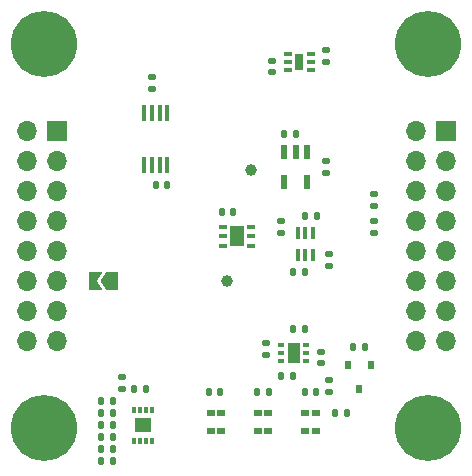
<source format=gbr>
%TF.GenerationSoftware,KiCad,Pcbnew,8.0.7*%
%TF.CreationDate,2024-12-29T21:32:39+01:00*%
%TF.ProjectId,stackflex_feature_air_qual,73746163-6b66-46c6-9578-5f6665617475,1*%
%TF.SameCoordinates,Original*%
%TF.FileFunction,Soldermask,Top*%
%TF.FilePolarity,Negative*%
%FSLAX46Y46*%
G04 Gerber Fmt 4.6, Leading zero omitted, Abs format (unit mm)*
G04 Created by KiCad (PCBNEW 8.0.7) date 2024-12-29 21:32:39*
%MOMM*%
%LPD*%
G01*
G04 APERTURE LIST*
G04 Aperture macros list*
%AMRoundRect*
0 Rectangle with rounded corners*
0 $1 Rounding radius*
0 $2 $3 $4 $5 $6 $7 $8 $9 X,Y pos of 4 corners*
0 Add a 4 corners polygon primitive as box body*
4,1,4,$2,$3,$4,$5,$6,$7,$8,$9,$2,$3,0*
0 Add four circle primitives for the rounded corners*
1,1,$1+$1,$2,$3*
1,1,$1+$1,$4,$5*
1,1,$1+$1,$6,$7*
1,1,$1+$1,$8,$9*
0 Add four rect primitives between the rounded corners*
20,1,$1+$1,$2,$3,$4,$5,0*
20,1,$1+$1,$4,$5,$6,$7,0*
20,1,$1+$1,$6,$7,$8,$9,0*
20,1,$1+$1,$8,$9,$2,$3,0*%
%AMFreePoly0*
4,1,6,1.000000,0.000000,0.500000,-0.750000,-0.500000,-0.750000,-0.500000,0.750000,0.500000,0.750000,1.000000,0.000000,1.000000,0.000000,$1*%
%AMFreePoly1*
4,1,6,0.500000,-0.750000,-0.650000,-0.750000,-0.150000,0.000000,-0.650000,0.750000,0.500000,0.750000,0.500000,-0.750000,0.500000,-0.750000,$1*%
G04 Aperture macros list end*
%ADD10RoundRect,0.135000X0.135000X0.185000X-0.135000X0.185000X-0.135000X-0.185000X0.135000X-0.185000X0*%
%ADD11RoundRect,0.140000X-0.140000X-0.170000X0.140000X-0.170000X0.140000X0.170000X-0.140000X0.170000X0*%
%ADD12RoundRect,0.135000X-0.135000X-0.185000X0.135000X-0.185000X0.135000X0.185000X-0.135000X0.185000X0*%
%ADD13RoundRect,0.140000X0.170000X-0.140000X0.170000X0.140000X-0.170000X0.140000X-0.170000X-0.140000X0*%
%ADD14R,1.700000X1.700000*%
%ADD15O,1.700000X1.700000*%
%ADD16C,5.600000*%
%ADD17R,0.750000X0.300000*%
%ADD18R,0.750000X1.450000*%
%ADD19RoundRect,0.135000X-0.185000X0.135000X-0.185000X-0.135000X0.185000X-0.135000X0.185000X0.135000X0*%
%ADD20RoundRect,0.135000X0.185000X-0.135000X0.185000X0.135000X-0.185000X0.135000X-0.185000X-0.135000X0*%
%ADD21R,0.800000X0.450000*%
%ADD22R,1.250000X1.700000*%
%ADD23C,1.000000*%
%ADD24R,0.450000X1.000000*%
%ADD25RoundRect,0.140000X-0.170000X0.140000X-0.170000X-0.140000X0.170000X-0.140000X0.170000X0.140000X0*%
%ADD26R,0.700000X0.600000*%
%ADD27R,0.600000X1.250000*%
%ADD28R,0.600000X0.350000*%
%ADD29R,1.100000X1.700000*%
%ADD30RoundRect,0.140000X0.140000X0.170000X-0.140000X0.170000X-0.140000X-0.170000X0.140000X-0.170000X0*%
%ADD31R,0.300000X0.600000*%
%ADD32R,1.400000X1.200000*%
%ADD33R,0.450000X1.425000*%
%ADD34R,0.600000X0.700000*%
%ADD35FreePoly0,180.000000*%
%ADD36FreePoly1,180.000000*%
G04 APERTURE END LIST*
D10*
%TO.C,R4*%
X5844000Y-3048000D03*
X4824000Y-3048000D03*
%TD*%
D11*
%TO.C,C4*%
X-1242000Y2032000D03*
X-282000Y2032000D03*
%TD*%
D12*
%TO.C,R3*%
X5838000Y1656000D03*
X6858000Y1656000D03*
%TD*%
D13*
%TO.C,C10*%
X2540000Y-10048000D03*
X2540000Y-9088000D03*
%TD*%
D11*
%TO.C,C8*%
X5772000Y-13220000D03*
X6732000Y-13220000D03*
%TD*%
D14*
%TO.C,J2*%
X17780000Y8890000D03*
D15*
X15240000Y8890000D03*
X17780000Y6350000D03*
X15240000Y6350000D03*
X17780000Y3810000D03*
X15240000Y3810000D03*
X17780000Y1270000D03*
X15240000Y1270000D03*
X17780000Y-1270000D03*
X15240000Y-1270000D03*
X17780000Y-3810000D03*
X15240000Y-3810000D03*
X17780000Y-6350000D03*
X15240000Y-6350000D03*
X17780000Y-8890000D03*
X15240000Y-8890000D03*
%TD*%
D16*
%TO.C,H1*%
X-16256000Y16256000D03*
%TD*%
D12*
%TO.C,JP3*%
X-11432000Y-13970000D03*
X-10412000Y-13970000D03*
%TD*%
D13*
%TO.C,C1*%
X-9652000Y-12926000D03*
X-9652000Y-11966000D03*
%TD*%
D10*
%TO.C,R12*%
X9400000Y-14986000D03*
X8380000Y-14986000D03*
%TD*%
D17*
%TO.C,IC4*%
X4334000Y15382000D03*
X4334000Y14732000D03*
X4334000Y14082000D03*
X6334000Y14082000D03*
X6334000Y14732000D03*
X6334000Y15382000D03*
D18*
X5334000Y14732000D03*
%TD*%
D10*
%TO.C,JP1*%
X-7616000Y-12954000D03*
X-8636000Y-12954000D03*
%TD*%
D16*
%TO.C,H2*%
X16256000Y16256000D03*
%TD*%
D19*
%TO.C,R1*%
X3810000Y1272000D03*
X3810000Y252000D03*
%TD*%
%TO.C,R7*%
X7620000Y15752000D03*
X7620000Y14732000D03*
%TD*%
%TO.C,R6*%
X11684000Y3558000D03*
X11684000Y2538000D03*
%TD*%
D20*
%TO.C,R5*%
X11684000Y252000D03*
X11684000Y1272000D03*
%TD*%
D16*
%TO.C,H3*%
X-16256000Y-16256000D03*
%TD*%
D10*
%TO.C,JP6*%
X-10414000Y-19050000D03*
X-11434000Y-19050000D03*
%TD*%
D12*
%TO.C,JP7*%
X-11434000Y-18034000D03*
X-10414000Y-18034000D03*
%TD*%
D20*
%TO.C,R2*%
X7874000Y-2542000D03*
X7874000Y-1522000D03*
%TD*%
D16*
%TO.C,H4*%
X16256000Y-16256000D03*
%TD*%
D21*
%TO.C,IC2*%
X-1130000Y762000D03*
X-1130000Y-38000D03*
X-1130000Y-838000D03*
X1270000Y-838000D03*
X1270000Y-38000D03*
X1270000Y762000D03*
D22*
X70000Y-38000D03*
%TD*%
D10*
%TO.C,R10*%
X10924000Y-9398000D03*
X9904000Y-9398000D03*
%TD*%
D23*
%TO.C,TP2*%
X-762000Y-3810000D03*
%TD*%
D11*
%TO.C,C2*%
X4064000Y8636000D03*
X5024000Y8636000D03*
%TD*%
D13*
%TO.C,C12*%
X7146000Y-10782000D03*
X7146000Y-9822000D03*
%TD*%
D23*
%TO.C,TP3*%
X1270000Y5588000D03*
%TD*%
D24*
%TO.C,IC7*%
X5192000Y-1646000D03*
X5842000Y-1646000D03*
X6492000Y-1646000D03*
X6492000Y254000D03*
X5842000Y254000D03*
X5192000Y254000D03*
%TD*%
D20*
%TO.C,R11*%
X7874000Y-13210000D03*
X7874000Y-12190000D03*
%TD*%
D25*
%TO.C,C7*%
X3048000Y14818000D03*
X3048000Y13858000D03*
%TD*%
D26*
%TO.C,LED2*%
X1810000Y-15022000D03*
X1810000Y-16522000D03*
X2710000Y-16522000D03*
X2710000Y-15022000D03*
%TD*%
%TO.C,LED3*%
X-2177000Y-15022000D03*
X-2177000Y-16522000D03*
X-1277000Y-16522000D03*
X-1277000Y-15022000D03*
%TD*%
D11*
%TO.C,C6*%
X1764000Y-13220000D03*
X2724000Y-13220000D03*
%TD*%
D27*
%TO.C,IC5*%
X5964000Y7072000D03*
X5014000Y7072000D03*
X4064000Y7072000D03*
X4064000Y4572000D03*
X5964000Y4572000D03*
%TD*%
D19*
%TO.C,R8*%
X-7112000Y13464000D03*
X-7112000Y12444000D03*
%TD*%
D10*
%TO.C,JP4*%
X-10414000Y-17018000D03*
X-11434000Y-17018000D03*
%TD*%
D26*
%TO.C,LED1*%
X5842000Y-15010000D03*
X5842000Y-16510000D03*
X6742000Y-16510000D03*
X6742000Y-15010000D03*
%TD*%
D10*
%TO.C,JP2*%
X-10412000Y-14986000D03*
X-11432000Y-14986000D03*
%TD*%
D13*
%TO.C,C3*%
X7554000Y5342000D03*
X7554000Y6302000D03*
%TD*%
D12*
%TO.C,JP5*%
X-11432000Y-16002000D03*
X-10412000Y-16002000D03*
%TD*%
D10*
%TO.C,R9*%
X5844000Y-7874000D03*
X4824000Y-7874000D03*
%TD*%
D28*
%TO.C,IC6*%
X3810000Y-9256000D03*
X3810000Y-9906000D03*
X3810000Y-10556000D03*
X5910000Y-10556000D03*
X5910000Y-9906000D03*
X5910000Y-9256000D03*
D29*
X4860000Y-9906000D03*
%TD*%
D30*
%TO.C,C5*%
X-5870000Y4318000D03*
X-6830000Y4318000D03*
%TD*%
D14*
%TO.C,J1*%
X-15220000Y8875000D03*
D15*
X-17760000Y8875000D03*
X-15220000Y6335000D03*
X-17760000Y6335000D03*
X-15220000Y3795000D03*
X-17760000Y3795000D03*
X-15220000Y1255000D03*
X-17760000Y1255000D03*
X-15220000Y-1285000D03*
X-17760000Y-1285000D03*
X-15220000Y-3825000D03*
X-17760000Y-3825000D03*
X-15220000Y-6365000D03*
X-17760000Y-6365000D03*
X-15220000Y-8905000D03*
X-17760000Y-8905000D03*
%TD*%
D11*
%TO.C,C11*%
X3810000Y-11826000D03*
X4770000Y-11826000D03*
%TD*%
%TO.C,C9*%
X-2356000Y-13220000D03*
X-1396000Y-13220000D03*
%TD*%
D31*
%TO.C,IC1*%
X-8638000Y-17332000D03*
X-8138000Y-17332000D03*
X-7638000Y-17332000D03*
X-7138000Y-17332000D03*
X-7138000Y-14732000D03*
X-7638000Y-14732000D03*
X-8138000Y-14732000D03*
X-8638000Y-14732000D03*
D32*
X-7888000Y-16032000D03*
%TD*%
D33*
%TO.C,IC3*%
X-5842000Y10414000D03*
X-6492000Y10414000D03*
X-7142000Y10414000D03*
X-7792000Y10414000D03*
X-7792000Y5990000D03*
X-7142000Y5990000D03*
X-6492000Y5990000D03*
X-5842000Y5990000D03*
%TD*%
D34*
%TO.C,Q3*%
X11364000Y-10938000D03*
X9464000Y-10938000D03*
X10414000Y-12938000D03*
%TD*%
D35*
%TO.C,JP8*%
X-10488000Y-3810000D03*
D36*
X-11938000Y-3810000D03*
%TD*%
M02*

</source>
